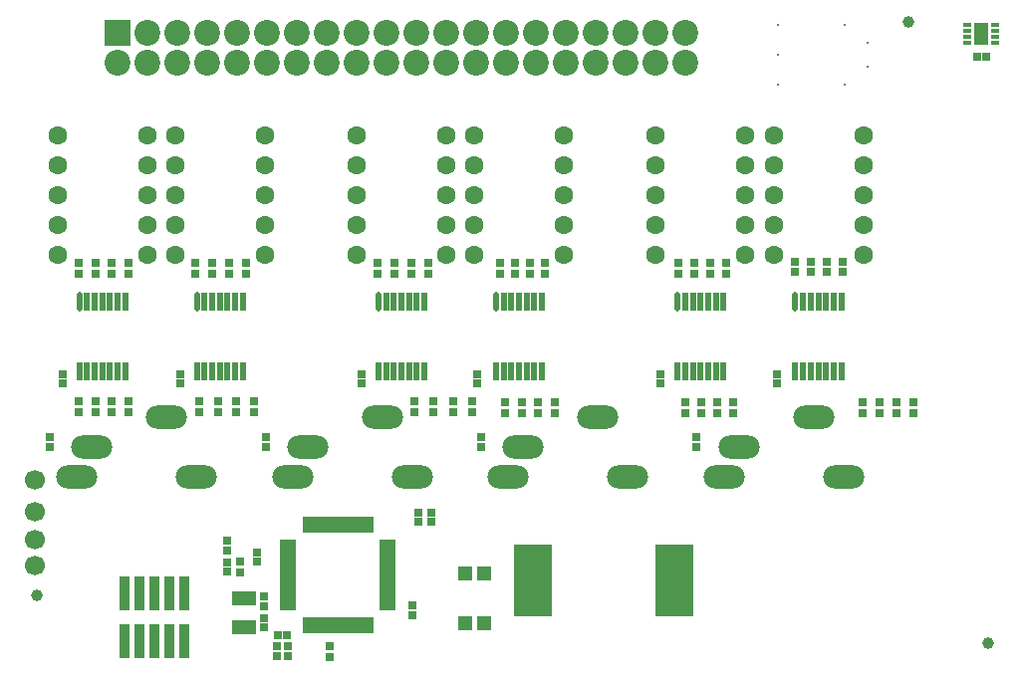
<source format=gbs>
G04*
G04 #@! TF.GenerationSoftware,Altium Limited,Altium Designer,23.9.2 (47)*
G04*
G04 Layer_Color=16711935*
%FSLAX44Y44*%
%MOMM*%
G71*
G04*
G04 #@! TF.SameCoordinates,755CF2AA-2F68-4FBA-815F-43BC2B140BDC*
G04*
G04*
G04 #@! TF.FilePolarity,Negative*
G04*
G01*
G75*
%ADD11C,1.0000*%
%ADD13O,3.5000X2.0000*%
%ADD14C,0.2000*%
%ADD15R,2.2000X2.2000*%
%ADD16C,2.2000*%
%ADD17C,1.6000*%
%ADD43R,0.7500X0.4500*%
%ADD44R,1.2000X1.9000*%
%ADD45R,0.7200X0.7200*%
%ADD46R,0.7500X0.6500*%
%ADD47C,1.7000*%
%ADD48R,0.7200X0.7200*%
%ADD49R,0.5500X1.4000*%
%ADD50R,1.4000X0.5500*%
%ADD51R,0.8500X2.9700*%
%ADD52R,2.1000X1.3000*%
%ADD53R,0.6500X0.7500*%
%ADD54R,1.2000X1.2000*%
%ADD55R,0.5500X1.6500*%
%ADD56O,0.5500X1.6500*%
%ADD57R,3.2000X6.2000*%
D11*
X756000Y547000D02*
D03*
X14924Y60000D02*
D03*
X824000Y19000D02*
D03*
D13*
X599200Y160000D02*
D03*
X700800D02*
D03*
X675400Y210800D02*
D03*
X611900Y185400D02*
D03*
X415867Y160000D02*
D03*
X517467D02*
D03*
X492067Y210800D02*
D03*
X428567Y185400D02*
D03*
X232533Y160000D02*
D03*
X334133D02*
D03*
X308733Y210800D02*
D03*
X245233Y185400D02*
D03*
X49200Y160000D02*
D03*
X150800D02*
D03*
X125400Y210800D02*
D03*
X61900Y185400D02*
D03*
D14*
X644600Y519350D02*
D03*
Y493950D02*
D03*
Y544750D02*
D03*
X701750D02*
D03*
Y493950D02*
D03*
X720800Y529510D02*
D03*
Y509190D02*
D03*
D15*
X83700Y537700D02*
D03*
D16*
X109100D02*
D03*
X134500D02*
D03*
X159900D02*
D03*
X185300D02*
D03*
X210700D02*
D03*
X236100D02*
D03*
X261500D02*
D03*
X286900D02*
D03*
X312300D02*
D03*
X337700D02*
D03*
X363100D02*
D03*
X388500D02*
D03*
X413900D02*
D03*
X439300D02*
D03*
X464700D02*
D03*
X490100D02*
D03*
X515500D02*
D03*
X540900D02*
D03*
X566300D02*
D03*
X83700Y512300D02*
D03*
X109100D02*
D03*
X134500D02*
D03*
X159900D02*
D03*
X185300D02*
D03*
X210700D02*
D03*
X236100D02*
D03*
X261500D02*
D03*
X286900D02*
D03*
X312300D02*
D03*
X337700D02*
D03*
X363100D02*
D03*
X388500D02*
D03*
X413900D02*
D03*
X439300D02*
D03*
X464700D02*
D03*
X490100D02*
D03*
X515500D02*
D03*
X540900D02*
D03*
X566300D02*
D03*
D17*
X132580Y349200D02*
D03*
Y374600D02*
D03*
Y400000D02*
D03*
Y425400D02*
D03*
Y450800D02*
D03*
X208780Y349200D02*
D03*
Y374600D02*
D03*
Y400000D02*
D03*
Y425400D02*
D03*
Y450800D02*
D03*
X32580Y349200D02*
D03*
Y374600D02*
D03*
Y400000D02*
D03*
Y425400D02*
D03*
Y450800D02*
D03*
X108780Y349200D02*
D03*
Y374600D02*
D03*
Y400000D02*
D03*
Y425400D02*
D03*
Y450800D02*
D03*
X386900Y349200D02*
D03*
Y374600D02*
D03*
Y400000D02*
D03*
Y425400D02*
D03*
Y450800D02*
D03*
X463100Y349200D02*
D03*
Y374600D02*
D03*
Y400000D02*
D03*
Y425400D02*
D03*
Y450800D02*
D03*
X286900Y349200D02*
D03*
Y374600D02*
D03*
Y400000D02*
D03*
Y425400D02*
D03*
Y450800D02*
D03*
X363100Y349200D02*
D03*
Y374600D02*
D03*
Y400000D02*
D03*
Y425400D02*
D03*
Y450800D02*
D03*
X641220Y349200D02*
D03*
Y374600D02*
D03*
Y400000D02*
D03*
Y425400D02*
D03*
Y450800D02*
D03*
X717420Y349200D02*
D03*
Y374600D02*
D03*
Y400000D02*
D03*
Y425400D02*
D03*
Y450800D02*
D03*
X541220Y349200D02*
D03*
Y374600D02*
D03*
Y400000D02*
D03*
Y425400D02*
D03*
Y450800D02*
D03*
X617420Y349200D02*
D03*
Y374600D02*
D03*
Y400000D02*
D03*
Y425400D02*
D03*
Y450800D02*
D03*
D43*
X829750Y544500D02*
D03*
Y539500D02*
D03*
Y534500D02*
D03*
Y529500D02*
D03*
X806250D02*
D03*
Y534500D02*
D03*
Y539500D02*
D03*
Y544500D02*
D03*
D44*
X818000Y537000D02*
D03*
D45*
X822000Y518000D02*
D03*
X814000D02*
D03*
X227708Y25684D02*
D03*
X219708D02*
D03*
D46*
X26000Y194500D02*
D03*
Y185500D02*
D03*
X177137Y106639D02*
D03*
Y97639D02*
D03*
X187431Y79500D02*
D03*
Y88500D02*
D03*
X264000Y7500D02*
D03*
Y16500D02*
D03*
X51000Y342500D02*
D03*
Y333500D02*
D03*
X65000Y342500D02*
D03*
Y333500D02*
D03*
X79000Y342500D02*
D03*
Y333500D02*
D03*
X93000Y342500D02*
D03*
Y333500D02*
D03*
X150000Y342500D02*
D03*
Y333500D02*
D03*
X164333Y342500D02*
D03*
Y333500D02*
D03*
X178667Y342500D02*
D03*
Y333500D02*
D03*
X193000Y342500D02*
D03*
Y333500D02*
D03*
X305000Y342500D02*
D03*
Y333500D02*
D03*
X319333Y342500D02*
D03*
Y333500D02*
D03*
X333667Y342500D02*
D03*
Y333500D02*
D03*
X348000Y342500D02*
D03*
Y333500D02*
D03*
X409000Y342500D02*
D03*
Y333500D02*
D03*
X421667Y342500D02*
D03*
Y333500D02*
D03*
X434333Y342500D02*
D03*
Y333500D02*
D03*
X447000Y342500D02*
D03*
Y333500D02*
D03*
X51000Y215500D02*
D03*
Y224500D02*
D03*
X65000Y215500D02*
D03*
Y224500D02*
D03*
X79000Y215500D02*
D03*
Y224500D02*
D03*
X93000Y215500D02*
D03*
Y224500D02*
D03*
X153217Y215500D02*
D03*
Y224500D02*
D03*
X168811Y215500D02*
D03*
Y224500D02*
D03*
X184405Y215500D02*
D03*
Y224500D02*
D03*
X200000Y215500D02*
D03*
Y224500D02*
D03*
X210000Y194500D02*
D03*
Y185500D02*
D03*
X336000Y215500D02*
D03*
Y224500D02*
D03*
X352333Y215500D02*
D03*
Y224500D02*
D03*
X368667Y215500D02*
D03*
Y224500D02*
D03*
X385000Y215500D02*
D03*
Y224500D02*
D03*
X393000Y194500D02*
D03*
Y185500D02*
D03*
X413000Y214500D02*
D03*
Y223500D02*
D03*
X427000Y214500D02*
D03*
Y223500D02*
D03*
X441000Y214500D02*
D03*
Y223500D02*
D03*
X455000Y214500D02*
D03*
Y223500D02*
D03*
X560000Y342500D02*
D03*
Y333500D02*
D03*
X573667Y342500D02*
D03*
Y333500D02*
D03*
X587333Y342500D02*
D03*
Y333500D02*
D03*
X601000Y342500D02*
D03*
Y333500D02*
D03*
X659000Y343500D02*
D03*
Y334500D02*
D03*
X672667Y343500D02*
D03*
Y334500D02*
D03*
X686333Y343500D02*
D03*
Y334500D02*
D03*
X700000Y343500D02*
D03*
Y334500D02*
D03*
X566000Y214500D02*
D03*
Y223500D02*
D03*
X579667Y214500D02*
D03*
Y223500D02*
D03*
X593333Y214500D02*
D03*
Y223500D02*
D03*
X607000Y214500D02*
D03*
Y223500D02*
D03*
X576000Y194500D02*
D03*
Y185500D02*
D03*
X717000Y214500D02*
D03*
Y223500D02*
D03*
X731333Y214500D02*
D03*
Y223500D02*
D03*
X745667Y214500D02*
D03*
Y223500D02*
D03*
X760000Y214500D02*
D03*
Y223500D02*
D03*
D47*
X13000Y157656D02*
D03*
Y130656D02*
D03*
Y106656D02*
D03*
Y84656D02*
D03*
D48*
X334000Y43000D02*
D03*
Y51000D02*
D03*
X177137Y79850D02*
D03*
Y87850D02*
D03*
X201941Y88403D02*
D03*
Y96403D02*
D03*
X208414Y58459D02*
D03*
Y50459D02*
D03*
X208299Y32208D02*
D03*
Y40209D02*
D03*
X339000Y122000D02*
D03*
Y130000D02*
D03*
X350000Y122000D02*
D03*
Y130000D02*
D03*
X37000Y240000D02*
D03*
Y248000D02*
D03*
X136618Y240000D02*
D03*
Y248000D02*
D03*
X291000Y240000D02*
D03*
Y248000D02*
D03*
X389000Y240000D02*
D03*
Y248000D02*
D03*
X545180Y240000D02*
D03*
Y248000D02*
D03*
X644000Y240000D02*
D03*
Y248000D02*
D03*
D49*
X243500Y34500D02*
D03*
X248500D02*
D03*
X253500D02*
D03*
X258500D02*
D03*
X263500D02*
D03*
X268500D02*
D03*
X273500D02*
D03*
X278500D02*
D03*
X283500D02*
D03*
X288500D02*
D03*
X293500D02*
D03*
X298500D02*
D03*
Y119500D02*
D03*
X293500D02*
D03*
X288500D02*
D03*
X283500D02*
D03*
X278500D02*
D03*
X273500D02*
D03*
X268500D02*
D03*
X263500D02*
D03*
X258500D02*
D03*
X253500D02*
D03*
X248500D02*
D03*
X243500D02*
D03*
D50*
X313500Y49500D02*
D03*
Y54500D02*
D03*
Y59500D02*
D03*
Y64500D02*
D03*
Y69500D02*
D03*
Y74500D02*
D03*
Y79500D02*
D03*
Y84500D02*
D03*
Y89500D02*
D03*
Y94500D02*
D03*
Y99500D02*
D03*
Y104500D02*
D03*
X228500D02*
D03*
Y99500D02*
D03*
Y94500D02*
D03*
Y89500D02*
D03*
Y84500D02*
D03*
Y79500D02*
D03*
Y74500D02*
D03*
Y69500D02*
D03*
Y64500D02*
D03*
Y59500D02*
D03*
Y54500D02*
D03*
Y49500D02*
D03*
D51*
X89200Y61300D02*
D03*
X101900D02*
D03*
X114600D02*
D03*
X127300D02*
D03*
X140000D02*
D03*
Y21000D02*
D03*
X127300D02*
D03*
X114600D02*
D03*
X101900D02*
D03*
X89200D02*
D03*
D52*
X191000Y32500D02*
D03*
Y57500D02*
D03*
D53*
X219208Y16684D02*
D03*
X228208D02*
D03*
X219208Y7684D02*
D03*
X228208D02*
D03*
D54*
X379000Y78000D02*
D03*
Y36000D02*
D03*
X395000Y78000D02*
D03*
Y36000D02*
D03*
D55*
X90180Y250500D02*
D03*
X83680D02*
D03*
X77180D02*
D03*
X70680D02*
D03*
X64180D02*
D03*
X57680D02*
D03*
X51180D02*
D03*
X90180Y309500D02*
D03*
X83680D02*
D03*
X77180D02*
D03*
X70680D02*
D03*
X64180D02*
D03*
X57680D02*
D03*
X190180Y250500D02*
D03*
X183680D02*
D03*
X177180D02*
D03*
X170680D02*
D03*
X164180D02*
D03*
X157680D02*
D03*
X151180D02*
D03*
X190180Y309500D02*
D03*
X183680D02*
D03*
X177180D02*
D03*
X170680D02*
D03*
X164180D02*
D03*
X157680D02*
D03*
X344500Y250500D02*
D03*
X338000D02*
D03*
X331500D02*
D03*
X325000D02*
D03*
X318500D02*
D03*
X312000D02*
D03*
X305500D02*
D03*
X344500Y309500D02*
D03*
X338000D02*
D03*
X331500D02*
D03*
X325000D02*
D03*
X318500D02*
D03*
X312000D02*
D03*
X444500Y250500D02*
D03*
X438000D02*
D03*
X431500D02*
D03*
X425000D02*
D03*
X418500D02*
D03*
X412000D02*
D03*
X405500D02*
D03*
X444500Y309500D02*
D03*
X438000D02*
D03*
X431500D02*
D03*
X425000D02*
D03*
X418500D02*
D03*
X412000D02*
D03*
X598820Y250500D02*
D03*
X592320D02*
D03*
X585820D02*
D03*
X579320D02*
D03*
X572820D02*
D03*
X566320D02*
D03*
X559820D02*
D03*
X598820Y309500D02*
D03*
X592320D02*
D03*
X585820D02*
D03*
X579320D02*
D03*
X572820D02*
D03*
X566320D02*
D03*
X698820Y250500D02*
D03*
X692320D02*
D03*
X685820D02*
D03*
X679320D02*
D03*
X672820D02*
D03*
X666320D02*
D03*
X659820D02*
D03*
X698820Y309500D02*
D03*
X692320D02*
D03*
X685820D02*
D03*
X679320D02*
D03*
X672820D02*
D03*
X666320D02*
D03*
D56*
X51180D02*
D03*
X151180D02*
D03*
X305500D02*
D03*
X405500D02*
D03*
X559820D02*
D03*
X659820D02*
D03*
D57*
X557000Y72000D02*
D03*
X437000D02*
D03*
M02*

</source>
